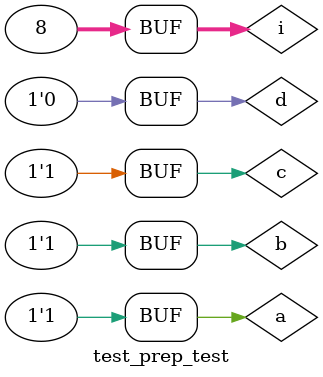
<source format=v>
`timescale 1ns / 1ps


module test_prep_test;

	// Inputs
	reg a;
	reg b;
	reg c;
	reg d;

	// Outputs
	wire o;
	integer i;

	// Instantiate the Unit Under Test (UUT)
	test_prep uut (
		.a(a), 
		.b(b), 
		.c(c), 
		.d(d), 
		.o(o)
	);

	initial begin
		// Initialize Inputs
		a = 0;
		b = 0;
		c = 0;
		d = 0;

		// Wait 100 ns for global reset to finish
		#100;
        
		// Add stimulus here
		
		for(i=1;i<8;i=i+1)
		begin
			#10 {a,b,c} = i;
		end

	end
	
	initial begin
				$monitor("a = %d ,b = %d,c = %d,d = %d and output = %d\n",a,b,c,d,o);
	end
      
endmodule


</source>
